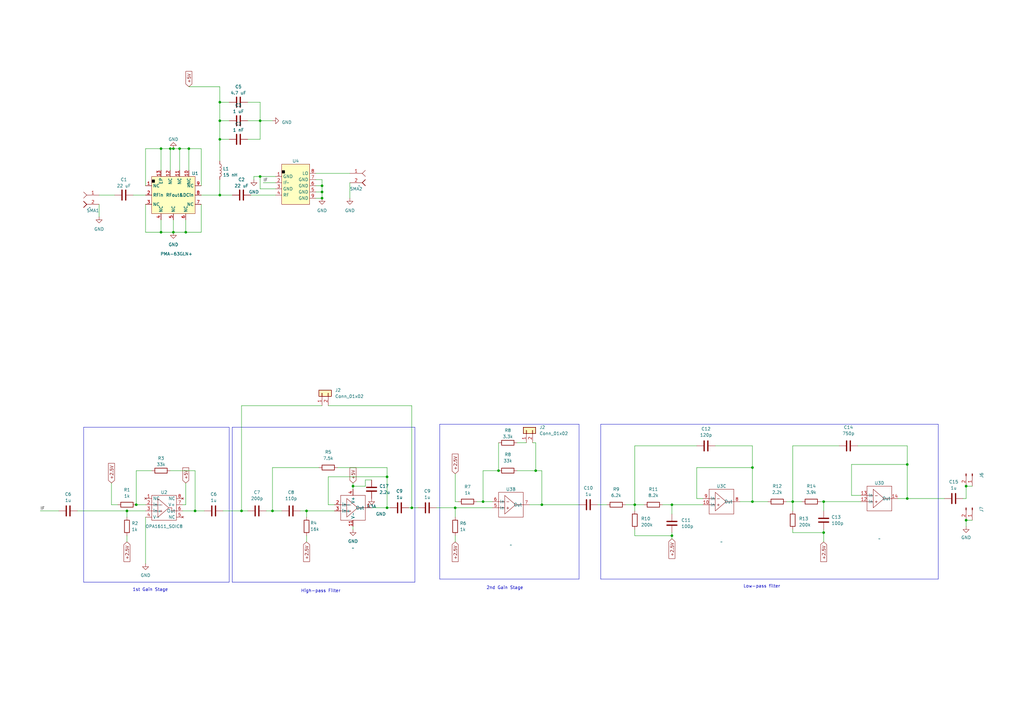
<source format=kicad_sch>
(kicad_sch (version 20230121) (generator eeschema)
  (paper "A3")
  (lib_symbols
    (symbol "Connector:Conn_01x02_Pin" (pin_names (offset 1.016) hide)
      (property "Reference" "J" (at 0 2.54 0))
      (property "Value" "Conn_01x02_Pin" (at 0 -5.08 0))
      (symbol "Conn_01x02_Pin_1_1"
        (polyline (pts (xy 1.27 -2.54) (xy 0.8636 -2.54)) (stroke (width 0.1524)))
        (polyline (pts (xy 1.27 0) (xy 0.8636 0)) (stroke (width 0.1524)))
        (rectangle (start 0.8636 -2.413) (end 0 -2.667) (stroke (width 0.1524)) (fill (type outline)))
        (rectangle (start 0.8636 0.127) (end 0 -0.127) (stroke (width 0.1524)) (fill (type outline)))
        (pin passive line (at 5.08 0 180) (length 3.81) (name "Pin_1") (number "1"))
        (pin passive line (at 5.08 -2.54 180) (length 3.81) (name "Pin_2") (number "2"))
      )
    )
    (symbol "Connector_Generic:Conn_01x02" (pin_names (offset 1.016) hide)
      (property "Reference" "J" (at 0 2.54 0))
      (property "Value" "Conn_01x02" (at 0 -5.08 0))
      (symbol "Conn_01x02_1_1"
        (rectangle (start -1.27 -2.413) (end 0 -2.667) (stroke (width 0.1524)))
        (rectangle (start -1.27 0.127) (end 0 -0.127) (stroke (width 0.1524)))
        (rectangle (start -1.27 1.27) (end 1.27 -3.81) (stroke (width 0.254)) (fill (type background)))
        (pin passive line (at -5.08 0 0) (length 3.81) (name "Pin_1") (number "1"))
        (pin passive line (at -5.08 -2.54 0) (length 3.81) (name "Pin_2") (number "2"))
      )
    )
    (symbol "Device:C" (pin_numbers hide) (pin_names (offset 0.254))
      (property "Reference" "C" (at 0.635 2.54 0))
      (property "Value" "C" (at 0.635 -2.54 0))
      (symbol "C_0_1"
        (polyline (pts (xy -2.032 -0.762) (xy 2.032 -0.762)) (stroke (width 0.508)))
        (polyline (pts (xy -2.032 0.762) (xy 2.032 0.762)) (stroke (width 0.508)))
      )
      (symbol "C_1_1"
        (pin passive line (at 0 3.81 270) (length 2.794) (name "~") (number "1"))
        (pin passive line (at 0 -3.81 90) (length 2.794) (name "~") (number "2"))
      )
    )
    (symbol "Device:L" (pin_numbers hide) (pin_names (offset 1.016) hide)
      (property "Reference" "L" (at -1.27 0 90))
      (property "Value" "L" (at 1.905 0 90))
      (symbol "L_0_1"
        (arc (start 0 -2.54) (mid 0.6323 -1.905) (end 0 -1.27))
        (arc (start 0 -1.27) (mid 0.6323 -0.635) (end 0 0))
        (arc (start 0 0) (mid 0.6323 0.635) (end 0 1.27))
        (arc (start 0 1.27) (mid 0.6323 1.905) (end 0 2.54))
      )
      (symbol "L_1_1"
        (pin passive line (at 0 3.81 270) (length 1.27) (name "1") (number "1"))
        (pin passive line (at 0 -3.81 90) (length 1.27) (name "2") (number "2"))
      )
    )
    (symbol "Device:R" (pin_numbers hide) (pin_names (offset 0))
      (property "Reference" "R" (at 2.032 0 90))
      (property "Value" "R" (at 0 0 90))
      (symbol "R_0_1"
        (rectangle (start -1.016 -2.54) (end 1.016 2.54) (stroke (width 0.254)))
      )
      (symbol "R_1_1"
        (pin passive line (at 0 3.81 270) (length 1.27) (name "~") (number "1"))
        (pin passive line (at 0 -3.81 90) (length 1.27) (name "~") (number "2"))
      )
    )
    (symbol "Radar:LNA-PMA3-63GLN+"
      (property "Reference" "U" (at 10.16 8.89 0))
      (symbol "LNA-PMA3-63GLN+_1_1"
        (rectangle (start -8.89 6.35) (end -7.62 5.08) (stroke (width -0.0001)) (fill (type color) (color 0 0 0 1)))
        (rectangle (start -8.89 7.62) (end 8.89 -7.62) (fill (type background)))
        (pin free line (at -11.43 3.81 0) (length 2.54) (name "NC") (number "1"))
        (pin free line (at 6.35 10.16 270) (length 2.54) (name "NC") (number "10"))
        (pin free line (at 2.54 10.16 270) (length 2.54) (name "NC") (number "11"))
        (pin free line (at -1.27 10.16 270) (length 2.54) (name "NC") (number "12"))
        (pin free line (at -5.08 10.16 270) (length 2.54) (name "EP") (number "13"))
        (pin input line (at -11.43 0 0) (length 2.54) (name "RFin") (number "2"))
        (pin free line (at -11.43 -3.81 0) (length 2.54) (name "NC") (number "3"))
        (pin free line (at -5.08 -10.16 90) (length 2.54) (name "NC") (number "4"))
        (pin free line (at 0 -10.16 90) (length 2.54) (name "NC") (number "5"))
        (pin free line (at 5.08 -10.16 90) (length 2.54) (name "NC") (number "6"))
        (pin free line (at 11.43 -3.81 180) (length 2.54) (name "NC") (number "7"))
        (pin free line (at 11.43 0 180) (length 2.54) (name "RFout&DCin") (number "8"))
        (pin free line (at 11.43 3.81 180) (length 2.54) (name "NC") (number "9"))
      )
    )
    (symbol "Radar:Mixer-SIM-73L+"
      (property "Reference" "U" (at 0 6.35 0))
      (symbol "Mixer-SIM-73L+_1_1"
        (rectangle (start -3.81 6.35) (end -2.54 5.08) (stroke (width -0.0001)) (fill (type color) (color 0 0 0 1)))
        (rectangle (start -3.81 8.89) (end 7.62 -7.62) (fill (type background)))
        (pin free line (at -6.35 3.81 0) (length 2.54) (name "GND") (number "1"))
        (pin free line (at -6.35 1.27 0) (length 2.54) (name "IF") (number "2"))
        (pin free line (at -6.35 -1.27 0) (length 2.54) (name "GND") (number "3"))
        (pin free line (at -6.35 -3.81 0) (length 2.54) (name "RF") (number "4"))
        (pin free line (at 10.16 -2.54 180) (length 2.54) (name "GND") (number "5"))
        (pin free line (at 10.16 0 180) (length 2.54) (name "GND") (number "6"))
        (pin free line (at 10.16 2.54 180) (length 2.54) (name "GND") (number "7"))
        (pin free line (at 10.16 5.08 180) (length 2.54) (name "LO") (number "8"))
        (pin free line (at 10.16 -5.08 180) (length 2.54) (name "GND") (number "9"))
      )
    )
    (symbol "Radar:OPA1611_SOIC8"
      (property "Reference" "U" (at 0 13.97 0))
      (symbol "OPA1611_SOIC8_0_0"
        (text "+" (at -1.27 6.35 0) (effects (font (size 1.27 1.27))))
        (text "-" (at -1.27 8.89 0) (effects (font (size 1.27 1.27))))
      )
      (symbol "OPA1611_SOIC8_0_1"
        (rectangle (start -5.08 12.7) (end 5.08 2.54))
        (polyline (pts (xy -5.08 6.35) (xy -2.54 6.35)))
        (polyline (pts (xy -5.08 8.89) (xy -2.54 8.89)))
        (polyline (pts (xy -2.54 11.43) (xy -2.54 3.81) (xy 1.905 7.62) (xy -2.54 11.43)))
        (polyline (pts (xy 1.905 7.62) (xy 3.175 7.62) (xy 3.175 6.35) (xy 5.08 6.35)))
      )
      (symbol "OPA1611_SOIC8_1_1"
        (pin no_connect line (at -7.62 11.43 0) (length 2.54) (name "NC") (number "1"))
        (pin input line (at -7.62 8.89 0) (length 2.54) (name "in-") (number "2"))
        (pin input line (at -7.62 6.35 0) (length 2.54) (name "in+") (number "3"))
        (pin power_in line (at -7.62 3.81 0) (length 2.54) (name "V-") (number "4"))
        (pin no_connect line (at 7.62 3.81 180) (length 2.54) (name "NC") (number "5"))
        (pin output line (at 7.62 6.35 180) (length 2.54) (name "Out") (number "6"))
        (pin power_in line (at 7.62 8.89 180) (length 2.54) (name "V+") (number "7"))
        (pin no_connect line (at 7.62 11.43 180) (length 2.54) (name "NC") (number "8"))
      )
    )
    (symbol "Radar:SMA"
      (property "Reference" "SMA" (at 1.27 -1.27 0))
      (symbol "SMA_0_1"
        (polyline (pts (xy -1.27 1.27) (xy -2.54 0)))
        (polyline (pts (xy -1.27 1.27) (xy -2.54 0)))
        (polyline (pts (xy -1.27 1.27) (xy -2.54 0)))
        (polyline (pts (xy -1.27 1.27) (xy -2.54 0)))
        (polyline (pts (xy -1.27 1.27) (xy -2.54 2.54)))
        (polyline (pts (xy -1.27 1.27) (xy -2.54 2.54)))
        (polyline (pts (xy -1.27 1.27) (xy -2.54 2.54)))
        (polyline (pts (xy -1.27 1.27) (xy -2.54 2.54)))
        (polyline (pts (xy -1.27 5.08) (xy -2.54 3.81)))
        (polyline (pts (xy -1.27 5.08) (xy -2.54 6.35)))
      )
      (symbol "SMA_1_1"
        (pin passive line (at 3.81 5.08 180) (length 5.08) (name "") (number "1"))
        (pin passive line (at 3.81 1.27 180) (length 5.08) (name "") (number "2"))
      )
    )
    (symbol "Radar:TL974"
      (property "Reference" "U" (at 0 0 0))
      (symbol "TL974_0_0"
        (text "+" (at -1.27 15.24 0) (effects (font (size 1.27 1.27))))
        (text "-" (at -1.27 17.78 0) (effects (font (size 1.27 1.27))))
      )
      (symbol "TL974_0_1"
        (rectangle (start -5.08 21.59) (end 5.08 11.43))
        (polyline (pts (xy -5.08 15.24) (xy -2.54 15.24)))
        (polyline (pts (xy -5.08 17.78) (xy -2.54 17.78)))
        (polyline (pts (xy -2.54 20.32) (xy -2.54 12.7) (xy 1.905 16.51) (xy -2.54 20.32)))
        (polyline (pts (xy 2.032 16.51) (xy 3.048 16.51) (xy 3.048 16.51) (xy 4.953 16.51)))
      )
      (symbol "TL974_1_1"
        (pin output line (at 7.62 16.51 180) (length 2.54) (name "Out") (number "1"))
        (pin power_in line (at 0 8.89 90) (length 2.54) (name "V-") (number "11"))
        (pin input line (at -7.62 17.78 0) (length 2.54) (name "in-") (number "2"))
        (pin input line (at -7.62 15.24 0) (length 2.54) (name "in+") (number "3"))
        (pin power_in line (at 0 24.13 270) (length 2.54) (name "V+") (number "4"))
      )
      (symbol "TL974_2_1"
        (pin input line (at -7.62 15.24 0) (length 2.54) (name "In") (number "5"))
        (pin input line (at -7.62 17.78 0) (length 2.54) (name "In") (number "6"))
        (pin output line (at 7.62 16.51 180) (length 2.54) (name "Out") (number "7"))
      )
      (symbol "TL974_3_1"
        (pin input line (at -7.62 15.24 0) (length 2.54) (name "In") (number "10"))
        (pin output line (at 7.62 16.51 180) (length 2.54) (name "Out") (number "8"))
        (pin input line (at -7.62 17.78 0) (length 2.54) (name "In") (number "9"))
      )
      (symbol "TL974_4_1"
        (pin input line (at -7.62 15.24 0) (length 2.54) (name "In") (number "12"))
        (pin input line (at -7.62 17.78 0) (length 2.54) (name "In") (number "13"))
        (pin output line (at 7.62 16.51 180) (length 2.54) (name "Out") (number "14"))
      )
    )
    (symbol "power:GND" (power) (pin_names (offset 0))
      (property "Value" "GND" (at 0 -3.81 0))
      (symbol "GND_0_1"
        (polyline (pts (xy 0 0) (xy 0 -1.27) (xy 1.27 -1.27) (xy 0 -2.54) (xy -1.27 -1.27) (xy 0 -1.27)))
      )
      (symbol "GND_1_1"
        (pin power_in line (at 0 0 270) (length 0) hide (name "GND") (number "1"))
      )
    )
  )
  (junction (at 198.12 205.74))
  (junction (at 55.88 207.01))
  (junction (at 99.06 209.55))
  (junction (at 144.78 199.39))
  (junction (at 77.47 60.96))
  (junction (at 158.75 208.28))
  (junction (at 396.24 199.39))
  (junction (at 325.12 205.74))
  (junction (at 132.08 81.28))
  (junction (at 106.68 72.39))
  (junction (at 90.17 49.53))
  (junction (at 71.12 95.25))
  (junction (at 73.66 60.96))
  (junction (at 106.68 49.53))
  (junction (at 125.73 209.55))
  (junction (at 111.76 209.55))
  (junction (at 337.82 218.44))
  (junction (at 186.69 208.28))
  (junction (at 132.08 78.74))
  (junction (at 308.61 205.74))
  (junction (at 260.35 207.01))
  (junction (at 158.75 195.58))
  (junction (at 337.82 205.74))
  (junction (at 90.17 80.01))
  (junction (at 308.61 191.77))
  (junction (at 66.04 95.25))
  (junction (at 372.11 190.5))
  (junction (at 80.01 209.55))
  (junction (at 168.91 208.28))
  (junction (at 69.85 60.96))
  (junction (at 396.24 213.36))
  (junction (at 76.2 95.25))
  (junction (at 90.17 41.91))
  (junction (at 132.08 76.2))
  (junction (at 219.71 193.04))
  (junction (at 71.12 60.96))
  (junction (at 275.59 207.01))
  (junction (at 66.04 60.96))
  (junction (at 275.59 219.71))
  (junction (at 222.25 207.01))
  (junction (at 90.17 57.15))
  (junction (at 204.47 193.04))
  (junction (at 372.11 204.47))
  (junction (at 52.07 209.55))
  (wire (pts (xy 195.58 205.74) (xy 198.12 205.74)))
  (wire (pts (xy 76.2 198.12) (xy 76.2 207.01)))
  (wire (pts (xy 351.79 182.88) (xy 372.11 182.88)))
  (wire (pts (xy 82.55 76.2) (xy 82.55 60.96)))
  (wire (pts (xy 31.75 209.55) (xy 52.07 209.55)))
  (wire (pts (xy 111.76 191.77) (xy 111.76 209.55)))
  (wire (pts (xy 222.25 207.01) (xy 222.25 193.04)))
  (wire (pts (xy 101.6 41.91) (xy 106.68 41.91)))
  (wire (pts (xy 167.64 208.28) (xy 168.91 208.28)))
  (wire (pts (xy 275.59 207.01) (xy 275.59 210.82)))
  (wire (pts (xy 134.62 195.58) (xy 158.75 195.58)))
  (wire (pts (xy 198.12 193.04) (xy 198.12 205.74)))
  (wire (pts (xy 52.07 209.55) (xy 59.69 209.55)))
  (wire (pts (xy 90.17 49.53) (xy 90.17 57.15)))
  (wire (pts (xy 66.04 69.85) (xy 66.04 60.96)))
  (wire (pts (xy 149.86 196.85) (xy 149.86 199.39)))
  (wire (pts (xy 308.61 191.77) (xy 285.75 191.77)))
  (wire (pts (xy 129.54 78.74) (xy 132.08 78.74)))
  (wire (pts (xy 123.19 209.55) (xy 125.73 209.55)))
  (wire (pts (xy 260.35 207.01) (xy 260.35 209.55)))
  (wire (pts (xy 129.54 76.2) (xy 132.08 76.2)))
  (wire (pts (xy 66.04 60.96) (xy 69.85 60.96)))
  (wire (pts (xy 125.73 219.71) (xy 125.73 222.25)))
  (wire (pts (xy 91.44 209.55) (xy 99.06 209.55)))
  (wire (pts (xy 219.71 193.04) (xy 212.09 193.04)))
  (wire (pts (xy 90.17 80.01) (xy 95.25 80.01)))
  (wire (pts (xy 73.66 60.96) (xy 77.47 60.96)))
  (wire (pts (xy 158.75 195.58) (xy 158.75 208.28)))
  (wire (pts (xy 52.07 219.71) (xy 52.07 222.25)))
  (polyline (pts (xy 246.38 173.99) (xy 246.38 237.49)))
  (wire (pts (xy 144.78 215.9) (xy 144.78 217.17)))
  (wire (pts (xy 80.01 209.55) (xy 83.82 209.55)))
  (polyline (pts (xy 95.25 175.26) (xy 95.25 238.76)))
  (wire (pts (xy 125.73 209.55) (xy 125.73 212.09)))
  (wire (pts (xy 349.25 190.5) (xy 349.25 203.2)))
  (wire (pts (xy 59.69 95.25) (xy 66.04 95.25)))
  (wire (pts (xy 144.78 198.12) (xy 144.78 199.39)))
  (wire (pts (xy 325.12 218.44) (xy 337.82 218.44)))
  (wire (pts (xy 45.72 198.12) (xy 45.72 207.01)))
  (polyline (pts (xy 237.49 237.49) (xy 237.49 173.99)))
  (wire (pts (xy 219.71 181.61) (xy 219.71 193.04)))
  (wire (pts (xy 54.61 80.01) (xy 59.69 80.01)))
  (polyline (pts (xy 95.25 175.26) (xy 170.18 175.26)))
  (wire (pts (xy 59.69 212.09) (xy 59.69 231.14)))
  (wire (pts (xy 138.43 191.77) (xy 158.75 191.77)))
  (wire (pts (xy 73.66 60.96) (xy 73.66 69.85)))
  (wire (pts (xy 59.69 60.96) (xy 66.04 60.96)))
  (wire (pts (xy 337.82 217.17) (xy 337.82 218.44)))
  (polyline (pts (xy 34.29 238.76) (xy 93.98 238.76)))
  (polyline (pts (xy 246.38 173.99) (xy 384.81 173.99)))
  (wire (pts (xy 245.11 207.01) (xy 248.92 207.01)))
  (polyline (pts (xy 180.34 173.99) (xy 180.34 237.49)))
  (wire (pts (xy 372.11 190.5) (xy 372.11 204.47)))
  (wire (pts (xy 90.17 73.66) (xy 90.17 80.01)))
  (wire (pts (xy 152.4 196.85) (xy 149.86 196.85)))
  (wire (pts (xy 215.9 181.61) (xy 212.09 181.61)))
  (wire (pts (xy 59.69 76.2) (xy 59.69 60.96)))
  (polyline (pts (xy 180.34 173.99) (xy 237.49 173.99)))
  (wire (pts (xy 76.2 95.25) (xy 71.12 95.25)))
  (wire (pts (xy 90.17 41.91) (xy 93.98 41.91)))
  (wire (pts (xy 132.08 73.66) (xy 132.08 76.2)))
  (wire (pts (xy 256.54 207.01) (xy 260.35 207.01)))
  (wire (pts (xy 82.55 95.25) (xy 76.2 95.25)))
  (wire (pts (xy 285.75 204.47) (xy 288.29 204.47)))
  (wire (pts (xy 179.07 208.28) (xy 186.69 208.28)))
  (wire (pts (xy 69.85 60.96) (xy 71.12 60.96)))
  (polyline (pts (xy 180.34 237.49) (xy 237.49 237.49)))
  (wire (pts (xy 349.25 203.2) (xy 353.06 203.2)))
  (polyline (pts (xy 93.98 238.76) (xy 93.98 175.26)))
  (wire (pts (xy 77.47 60.96) (xy 82.55 60.96)))
  (wire (pts (xy 186.69 208.28) (xy 186.69 212.09)))
  (wire (pts (xy 308.61 182.88) (xy 293.37 182.88)))
  (wire (pts (xy 59.69 83.82) (xy 59.69 95.25)))
  (wire (pts (xy 368.3 204.47) (xy 372.11 204.47)))
  (wire (pts (xy 336.55 205.74) (xy 337.82 205.74)))
  (wire (pts (xy 99.06 166.37) (xy 132.08 166.37)))
  (wire (pts (xy 113.03 80.01) (xy 102.87 80.01)))
  (wire (pts (xy 106.68 77.47) (xy 106.68 72.39)))
  (wire (pts (xy 80.01 193.04) (xy 80.01 209.55)))
  (wire (pts (xy 74.93 209.55) (xy 80.01 209.55)))
  (wire (pts (xy 260.35 207.01) (xy 264.16 207.01)))
  (wire (pts (xy 134.62 207.01) (xy 137.16 207.01)))
  (wire (pts (xy 129.54 73.66) (xy 132.08 73.66)))
  (wire (pts (xy 325.12 217.17) (xy 325.12 218.44)))
  (wire (pts (xy 82.55 83.82) (xy 82.55 95.25)))
  (wire (pts (xy 372.11 182.88) (xy 372.11 190.5)))
  (wire (pts (xy 111.76 191.77) (xy 130.81 191.77)))
  (wire (pts (xy 275.59 207.01) (xy 288.29 207.01)))
  (wire (pts (xy 40.64 80.01) (xy 46.99 80.01)))
  (wire (pts (xy 77.47 35.56) (xy 90.17 35.56)))
  (wire (pts (xy 16.51 209.55) (xy 24.13 209.55)))
  (wire (pts (xy 158.75 208.28) (xy 160.02 208.28)))
  (wire (pts (xy 349.25 190.5) (xy 372.11 190.5)))
  (polyline (pts (xy 384.81 237.49) (xy 384.81 173.99)))
  (wire (pts (xy 198.12 205.74) (xy 201.93 205.74)))
  (wire (pts (xy 76.2 90.17) (xy 76.2 95.25)))
  (wire (pts (xy 149.86 199.39) (xy 144.78 199.39)))
  (wire (pts (xy 66.04 90.17) (xy 66.04 95.25)))
  (wire (pts (xy 186.69 208.28) (xy 201.93 208.28)))
  (wire (pts (xy 322.58 205.74) (xy 325.12 205.74)))
  (wire (pts (xy 186.69 219.71) (xy 186.69 222.25)))
  (wire (pts (xy 372.11 204.47) (xy 387.35 204.47)))
  (wire (pts (xy 303.53 205.74) (xy 308.61 205.74)))
  (wire (pts (xy 219.71 181.61) (xy 218.44 181.61)))
  (wire (pts (xy 106.68 41.91) (xy 106.68 49.53)))
  (wire (pts (xy 132.08 76.2) (xy 132.08 78.74)))
  (wire (pts (xy 66.04 95.25) (xy 71.12 95.25)))
  (wire (pts (xy 76.2 207.01) (xy 74.93 207.01)))
  (wire (pts (xy 104.14 72.39) (xy 104.14 73.66)))
  (wire (pts (xy 198.12 193.04) (xy 204.47 193.04)))
  (wire (pts (xy 394.97 204.47) (xy 396.24 204.47)))
  (wire (pts (xy 90.17 57.15) (xy 90.17 66.04)))
  (wire (pts (xy 129.54 71.12) (xy 143.51 71.12)))
  (wire (pts (xy 125.73 209.55) (xy 137.16 209.55)))
  (wire (pts (xy 275.59 219.71) (xy 275.59 220.98)))
  (wire (pts (xy 129.54 81.28) (xy 132.08 81.28)))
  (wire (pts (xy 55.88 207.01) (xy 59.69 207.01)))
  (wire (pts (xy 308.61 191.77) (xy 308.61 205.74)))
  (wire (pts (xy 69.85 69.85) (xy 69.85 60.96)))
  (wire (pts (xy 132.08 78.74) (xy 132.08 81.28)))
  (wire (pts (xy 158.75 191.77) (xy 158.75 195.58)))
  (polyline (pts (xy 95.25 238.76) (xy 170.18 238.76)))
  (wire (pts (xy 337.82 218.44) (xy 337.82 222.25)))
  (wire (pts (xy 107.95 74.93) (xy 113.03 74.93)))
  (wire (pts (xy 90.17 35.56) (xy 90.17 41.91)))
  (wire (pts (xy 152.4 208.28) (xy 158.75 208.28)))
  (wire (pts (xy 99.06 209.55) (xy 99.06 166.37)))
  (wire (pts (xy 308.61 205.74) (xy 314.96 205.74)))
  (wire (pts (xy 90.17 41.91) (xy 90.17 49.53)))
  (wire (pts (xy 40.64 83.82) (xy 40.64 88.9)))
  (polyline (pts (xy 246.38 237.49) (xy 384.81 237.49)))
  (polyline (pts (xy 34.29 175.26) (xy 93.98 175.26)))
  (wire (pts (xy 99.06 209.55) (xy 101.6 209.55)))
  (wire (pts (xy 204.47 181.61) (xy 204.47 193.04)))
  (wire (pts (xy 48.26 207.01) (xy 45.72 207.01)))
  (wire (pts (xy 308.61 191.77) (xy 308.61 182.88)))
  (wire (pts (xy 168.91 166.37) (xy 168.91 208.28)))
  (wire (pts (xy 260.35 182.88) (xy 260.35 207.01)))
  (wire (pts (xy 325.12 182.88) (xy 325.12 205.74)))
  (wire (pts (xy 396.24 213.36) (xy 396.24 215.9)))
  (wire (pts (xy 144.78 199.39) (xy 144.78 200.66)))
  (wire (pts (xy 55.88 193.04) (xy 55.88 207.01)))
  (wire (pts (xy 337.82 205.74) (xy 337.82 209.55)))
  (wire (pts (xy 82.55 80.01) (xy 90.17 80.01)))
  (wire (pts (xy 90.17 57.15) (xy 93.98 57.15)))
  (wire (pts (xy 187.96 205.74) (xy 186.69 205.74)))
  (wire (pts (xy 101.6 49.53) (xy 106.68 49.53)))
  (wire (pts (xy 325.12 205.74) (xy 328.93 205.74)))
  (wire (pts (xy 52.07 209.55) (xy 52.07 212.09)))
  (wire (pts (xy 71.12 60.96) (xy 73.66 60.96)))
  (wire (pts (xy 113.03 72.39) (xy 106.68 72.39)))
  (wire (pts (xy 222.25 207.01) (xy 237.49 207.01)))
  (wire (pts (xy 217.17 207.01) (xy 222.25 207.01)))
  (wire (pts (xy 71.12 90.17) (xy 71.12 95.25)))
  (wire (pts (xy 134.62 166.37) (xy 168.91 166.37)))
  (wire (pts (xy 101.6 57.15) (xy 106.68 57.15)))
  (wire (pts (xy 134.62 207.01) (xy 134.62 195.58)))
  (wire (pts (xy 77.47 69.85) (xy 77.47 60.96)))
  (wire (pts (xy 106.68 57.15) (xy 106.68 49.53)))
  (wire (pts (xy 260.35 217.17) (xy 260.35 219.71)))
  (wire (pts (xy 168.91 208.28) (xy 171.45 208.28)))
  (wire (pts (xy 113.03 77.47) (xy 106.68 77.47)))
  (wire (pts (xy 325.12 182.88) (xy 344.17 182.88)))
  (polyline (pts (xy 170.18 238.76) (xy 170.18 175.26)))
  (wire (pts (xy 285.75 191.77) (xy 285.75 204.47)))
  (wire (pts (xy 186.69 194.31) (xy 186.69 205.74)))
  (wire (pts (xy 396.24 213.36) (xy 398.78 213.36)))
  (wire (pts (xy 325.12 205.74) (xy 325.12 209.55)))
  (wire (pts (xy 109.22 209.55) (xy 111.76 209.55)))
  (wire (pts (xy 111.76 209.55) (xy 115.57 209.55)))
  (wire (pts (xy 219.71 193.04) (xy 222.25 193.04)))
  (wire (pts (xy 106.68 49.53) (xy 111.76 49.53)))
  (wire (pts (xy 260.35 219.71) (xy 275.59 219.71)))
  (wire (pts (xy 337.82 205.74) (xy 353.06 205.74)))
  (wire (pts (xy 260.35 182.88) (xy 285.75 182.88)))
  (wire (pts (xy 143.51 74.93) (xy 143.51 81.28)))
  (wire (pts (xy 90.17 49.53) (xy 93.98 49.53)))
  (wire (pts (xy 271.78 207.01) (xy 275.59 207.01)))
  (polyline (pts (xy 34.29 175.26) (xy 34.29 238.76)))
  (wire (pts (xy 275.59 218.44) (xy 275.59 219.71)))
  (wire (pts (xy 62.23 193.04) (xy 55.88 193.04)))
  (wire (pts (xy 396.24 199.39) (xy 396.24 204.47)))
  (wire (pts (xy 69.85 193.04) (xy 80.01 193.04)))
  (wire (pts (xy 396.24 199.39) (xy 398.78 199.39)))
  (wire (pts (xy 106.68 72.39) (xy 104.14 72.39)))
  (text "High-pass Filter" (at 139.7 243.205 0) (effects (font (size 1.27 1.27)) (justify right bottom)))
  (text "Low-pass filter" (at 320.04 241.3 0) (effects (font (size 1.27 1.27)) (justify right bottom)))
  (text "1st Gain Stage" (at 68.961 242.697 0) (effects (font (size 1.27 1.27)) (justify right bottom)))
  (text "2nd Gain Stage" (at 214.63 241.935 0) (effects (font (size 1.27 1.27)) (justify right bottom)))
  (label "IF" (at 107.95 74.93 0))
  (label "IF" (at 16.51 209.55 0))
  (global_label "+5V" (shape input) (at 76.2 198.12 90) (property "Intersheetrefs" "${INTERSHEET_REFS}" (effects hide)))
  (global_label "+2.5V" (shape input) (at 275.59 220.98 270) (property "Intersheetrefs" "${INTERSHEET_REFS}" (effects hide)))
  (global_label "+5V" (shape input) (at 77.47 35.56 90) (property "Intersheetrefs" "${INTERSHEET_REFS}" (effects hide)))
  (global_label "+2.5V" (shape input) (at 186.69 222.25 270) (property "Intersheetrefs" "${INTERSHEET_REFS}" (effects hide)))
  (global_label "+2.5V" (shape input) (at 125.73 222.25 270) (property "Intersheetrefs" "${INTERSHEET_REFS}" (effects hide)))
  (global_label "+2.5V" (shape input) (at 45.72 198.12 90) (property "Intersheetrefs" "${INTERSHEET_REFS}" (effects hide)))
  (global_label "+2.5V" (shape input) (at 186.69 194.31 90) (property "Intersheetrefs" "${INTERSHEET_REFS}" (effects hide)))
  (global_label "+5V" (shape input) (at 144.78 198.12 90) (property "Intersheetrefs" "${INTERSHEET_REFS}" (effects hide)))
  (global_label "+2.5V" (shape input) (at 337.82 222.25 270) (property "Intersheetrefs" "${INTERSHEET_REFS}" (effects hide)))
  (global_label "+2.5V" (shape input) (at 52.07 222.25 270) (property "Intersheetrefs" "${INTERSHEET_REFS}" (effects hide)))
  (symbol (lib_id "Device:C") (at 97.79 49.53 90) (unit 1)
    (property "Reference" "C3" (at 97.79 43.18 90))
    (property "Value" "1 uF" (at 97.79 45.72 90))
    (property "Footprint" "Capacitor_SMD:C_0603_1608Metric_revised" (effects hide))
    (instances (project "RX1x4_wuxh_cavity" (path "" (reference "C3") (unit 1)) (path "" (reference "C74") (unit 1)) (path "" (reference "C75") (unit 1)) (path "" (reference "C76") (unit 1)) (path "" (reference "C77") (unit 1))) (project "LNA_wuxh_back" (path "" (reference "C1") (unit 1))))
  )
  (symbol (lib_id "Device:R") (at 332.74 205.74 90) (unit 1)
    (property "Reference" "R14" (at 332.74 199.39 90))
    (property "Value" "3.9k" (at 332.74 201.93 90))
    (property "Footprint" "Resistor_SMD:R_0603_1608Metric_revised" (effects hide))
    (instances (project "RX1x4_wuxh_cavity" (path "" (reference "R14") (unit 1)) (path "" (reference "R16") (unit 1)) (path "" (reference "R28") (unit 1)) (path "" (reference "R42") (unit 1)) (path "" (reference "R56") (unit 1))) (project "R58S1V1_BB_V2" (path "" (reference "R30") (unit 1))))
  )
  (symbol (lib_id "Device:C") (at 50.8 80.01 90) (unit 1)
    (property "Reference" "C1" (at 50.8 73.66 90))
    (property "Value" "22 uF" (at 50.8 76.2 90))
    (property "Footprint" "Capacitor_SMD:C_0603_1608Metric_revised" (effects hide))
    (instances (project "RX1x4_wuxh_cavity" (path "" (reference "C1") (unit 1)) (path "" (reference "C2") (unit 1)) (path "" (reference "C14") (unit 1)) (path "" (reference "C37") (unit 1)) (path "" (reference "C52") (unit 1))) (project "LNA_wuxh_back" (path "" (reference "C1") (unit 1))))
  )
  (symbol (lib_id "Device:C") (at 275.59 214.63 0) (unit 1)
    (property "Reference" "C11" (at 279.4 213.3599 0) (effects (justify left)))
    (property "Value" "100p" (at 279.4 215.8999 0) (effects (justify left)))
    (property "Footprint" "Capacitor_SMD:C_0603_1608Metric_revised" (effects hide))
    (instances (project "RX1x4_wuxh_cavity" (path "" (reference "C11") (unit 1)) (path "" (reference "C12") (unit 1)) (path "" (reference "C31") (unit 1)) (path "" (reference "C46") (unit 1)) (path "" (reference "C61") (unit 1))) (project "R58S1V1_BB_V2" (path "" (reference "C19") (unit 1))))
  )
  (symbol (lib_id "power:GND") (at 152.4 204.47 0) (unit 1)
    (property "Reference" "#PWR018" (effects hide))
    (property "Value" "GND" (at 156.21 210.82 0))
    (instances (project "RX1x4_wuxh_cavity" (path "" (reference "#PWR018") (unit 1)) (path "" (reference "#PWR010") (unit 1)) (path "" (reference "#PWR029") (unit 1)) (path "" (reference "#PWR040") (unit 1)) (path "" (reference "#PWR051") (unit 1))) (project "R58S1V1_BB_V2" (path "" (reference "#PWR019") (unit 1))))
  )
  (symbol (lib_id "power:GND") (at 111.76 49.53 90) (unit 1)
    (property "Reference" "#PWR07" (effects hide))
    (property "Value" "GND" (at 115.57 50.165 90) (effects (justify right)))
    (instances (project "RX1x4_wuxh_cavity" (path "" (reference "#PWR07") (unit 1)) (path "" (reference "#PWR06") (unit 1)) (path "" (reference "#PWR025") (unit 1)) (path "" (reference "#PWR036") (unit 1)) (path "" (reference "#PWR047") (unit 1))) (project "LNA_wuxh_back" (path "" (reference "#PWR0102") (unit 1))))
  )
  (symbol (lib_id "Radar:OPA1611_SOIC8") (at 67.31 215.9 0) (unit 1)
    (property "Reference" "U2" (at 67.31 201.93 0))
    (property "Value" "OPA1611_SOIC8" (at 67.31 215.9 0))
    (property "Footprint" "Music_Lab:OPA1611-SOIC8" (effects hide))
    (instances (project "RX1x4_wuxh_cavity" (path "" (reference "U2") (unit 1)) (path "" (reference "U1") (unit 1)) (path "" (reference "U5") (unit 1)) (path "" (reference "U9") (unit 1)) (path "" (reference "U13") (unit 1))))
  )
  (symbol (lib_id "Device:C") (at 337.82 213.36 0) (unit 1)
    (property "Reference" "C13" (at 340.995 212.0899 0) (effects (justify left)))
    (property "Value" "100p" (at 340.995 214.6299 0) (effects (justify left)))
    (property "Footprint" "Capacitor_SMD:C_0603_1608Metric_revised" (effects hide))
    (instances (project "RX1x4_wuxh_cavity" (path "" (reference "C13") (unit 1)) (path "" (reference "C15") (unit 1)) (path "" (reference "C33") (unit 1)) (path "" (reference "C48") (unit 1)) (path "" (reference "C63") (unit 1))) (project "R58S1V1_BB_V2" (path "" (reference "C21") (unit 1))))
  )
  (symbol (lib_id "Device:R") (at 66.04 193.04 90) (unit 1)
    (property "Reference" "R3" (at 66.04 187.96 90))
    (property "Value" "33k" (at 66.04 190.5 90))
    (property "Footprint" "Resistor_SMD:R_0603_1608Metric_revised" (effects hide))
    (instances (project "RX1x4_wuxh_cavity" (path "" (reference "R3") (unit 1)) (path "" (reference "R3") (unit 1)) (path "" (reference "R17") (unit 1)) (path "" (reference "R31") (unit 1)) (path "" (reference "R45") (unit 1))) (project "R58S1V1_BB_V2" (path "" (reference "R19") (unit 1))))
  )
  (symbol (lib_id "power:GND") (at 71.12 95.25 0) (unit 1)
    (property "Reference" "#PWR05" (effects hide))
    (property "Value" "GND" (at 71.12 100.33 0))
    (instances (project "RX1x4_wuxh_cavity" (path "" (reference "#PWR05") (unit 1)) (path "" (reference "#PWR04") (unit 1)) (path "" (reference "#PWR023") (unit 1)) (path "" (reference "#PWR034") (unit 1)) (path "" (reference "#PWR045") (unit 1))) (project "LNA_wuxh_back" (path "" (reference "#PWR0104") (unit 1))))
  )
  (symbol (lib_id "Device:C") (at 175.26 208.28 90) (unit 1)
    (property "Reference" "C9" (at 175.26 201.422 90))
    (property "Value" "1u" (at 175.26 203.962 90))
    (property "Footprint" "Capacitor_SMD:C_0603_1608Metric_revised" (effects hide))
    (instances (project "RX1x4_wuxh_cavity" (path "" (reference "C9") (unit 1)) (path "" (reference "C10") (unit 1)) (path "" (reference "C29") (unit 1)) (path "" (reference "C44") (unit 1)) (path "" (reference "C59") (unit 1))) (project "R58S1V1_BB_V2" (path "" (reference "C17") (unit 1))))
  )
  (symbol (lib_id "Connector_Generic:Conn_01x02") (at 132.08 161.29 90) (unit 1)
    (property "Reference" "J2" (at 137.414 160.0199 90) (effects (justify right)))
    (property "Value" "Conn_01x02" (at 137.414 162.5599 90) (effects (justify right)))
    (property "Footprint" "Connector_PinHeader_2.54mm:PinHeader_1x02_P2.54mm_Vertical" (effects hide))
    (instances (project "RX1x4_wuxh_cavity" (path "" (reference "J2") (unit 1)) (path "" (reference "J2") (unit 1)) (path "" (reference "J8") (unit 1)) (path "" (reference "J13") (unit 1)) (path "" (reference "J18") (unit 1))) (project "R58S1V1_BB_V2" (path "" (reference "J5") (unit 1))))
  )
  (symbol (lib_id "Device:C") (at 97.79 57.15 90) (unit 1)
    (property "Reference" "C3" (at 97.79 50.8 90))
    (property "Value" "1 nF" (at 97.79 53.34 90))
    (property "Footprint" "Capacitor_SMD:C_0603_1608Metric_revised" (effects hide))
    (instances (project "RX1x4_wuxh_cavity" (path "" (reference "C3") (unit 1)) (path "" (reference "C5") (unit 1)) (path "" (reference "C23") (unit 1)) (path "" (reference "C39") (unit 1)) (path "" (reference "C54") (unit 1))) (project "LNA_wuxh_back" (path "" (reference "C1") (unit 1))))
  )
  (symbol (lib_id "Device:C") (at 119.38 209.55 90) (unit 1)
    (property "Reference" "C8" (at 119.38 201.93 90))
    (property "Value" "110p" (at 119.38 204.47 90))
    (property "Footprint" "Capacitor_SMD:C_0603_1608Metric_revised" (effects hide))
    (instances (project "RX1x4_wuxh_cavity" (path "" (reference "C8") (unit 1)) (path "" (reference "C8") (unit 1)) (path "" (reference "C27") (unit 1)) (path "" (reference "C42") (unit 1)) (path "" (reference "C57") (unit 1))) (project "R58S1V1_BB_V2" (path "" (reference "C16") (unit 1))))
  )
  (symbol (lib_id "Device:C") (at 391.16 204.47 90) (unit 1)
    (property "Reference" "C15" (at 391.16 197.612 90))
    (property "Value" "1u" (at 391.16 200.152 90))
    (property "Footprint" "Capacitor_SMD:C_0603_1608Metric_revised" (effects hide))
    (instances (project "RX1x4_wuxh_cavity" (path "" (reference "C15") (unit 1)) (path "" (reference "C17") (unit 1)) (path "" (reference "C35") (unit 1)) (path "" (reference "C50") (unit 1)) (path "" (reference "C65") (unit 1))) (project "R58S1V1_BB_V2" (path "" (reference "C23") (unit 1))))
  )
  (symbol (lib_id "Device:L") (at 90.17 69.85 0) (unit 1)
    (property "Reference" "L1" (at 91.44 69.215 0) (effects (justify left)))
    (property "Value" "15 nH" (at 91.44 71.755 0) (effects (justify left)))
    (property "Footprint" "Inductor_SMD:L_0603_1608Metric_revised" (effects hide))
    (instances (project "RX1x4_wuxh_cavity" (path "" (reference "L1") (unit 1)) (path "" (reference "L1") (unit 1)) (path "" (reference "L2") (unit 1)) (path "" (reference "L3") (unit 1)) (path "" (reference "L4") (unit 1))) (project "LNA_wuxh_back" (path "" (reference "L1") (unit 1))))
  )
  (symbol (lib_id "Device:R") (at 208.28 181.61 90) (unit 1)
    (property "Reference" "R8" (at 208.28 176.53 90))
    (property "Value" "3.3k" (at 208.28 179.07 90))
    (property "Footprint" "Resistor_SMD:R_0603_1608Metric_revised" (effects hide))
    (instances (project "RX1x4_wuxh_cavity" (path "" (reference "R8") (unit 1)) (path "" (reference "R57") (unit 1)) (path "" (reference "R58") (unit 1)) (path "" (reference "R59") (unit 1)) (path "" (reference "R60") (unit 1))) (project "R58S1V1_BB_V2" (path "" (reference "R24") (unit 1))))
  )
  (symbol (lib_id "Device:R") (at 191.77 205.74 270) (unit 1)
    (property "Reference" "R7" (at 191.77 199.644 90))
    (property "Value" "1k" (at 191.77 202.184 90))
    (property "Footprint" "Resistor_SMD:R_0603_1608Metric_revised" (effects hide))
    (instances (project "RX1x4_wuxh_cavity" (path "" (reference "R7") (unit 1)) (path "" (reference "R7") (unit 1)) (path "" (reference "R21") (unit 1)) (path "" (reference "R35") (unit 1)) (path "" (reference "R49") (unit 1))) (project "R58S1V1_BB_V2" (path "" (reference "R23") (unit 1))))
  )
  (symbol (lib_id "Radar:TL974") (at 295.91 222.25 0) (unit 3)
    (property "Reference" "U3" (at 295.91 199.39 0))
    (property "Value" "~" (at 295.91 222.25 0))
    (property "Footprint" "Music_Lab:TL974IPWR" (effects hide))
    (instances (project "RX1x4_wuxh_cavity" (path "" (reference "U3") (unit 3)) (path "" (reference "U4") (unit 3)) (path "" (reference "U8") (unit 3)) (path "" (reference "U12") (unit 3)) (path "" (reference "U16") (unit 3))))
  )
  (symbol (lib_id "Device:R") (at 260.35 213.36 0) (unit 1)
    (property "Reference" "R10" (at 262.89 212.725 0) (effects (justify left)))
    (property "Value" "200k" (at 262.89 215.265 0) (effects (justify left)))
    (property "Footprint" "Resistor_SMD:R_0603_1608Metric_revised" (effects hide))
    (instances (project "RX1x4_wuxh_cavity" (path "" (reference "R10") (unit 1)) (path "" (reference "R10") (unit 1)) (path "" (reference "R24") (unit 1)) (path "" (reference "R38") (unit 1)) (path "" (reference "R52") (unit 1))) (project "R58S1V1_BB_V2" (path "" (reference "R26") (unit 1))))
  )
  (symbol (lib_id "Device:C") (at 347.98 182.88 90) (unit 1)
    (property "Reference" "C14" (at 347.98 175.26 90))
    (property "Value" "750p" (at 347.98 177.8 90))
    (property "Footprint" "Capacitor_SMD:C_0603_1608Metric_revised" (effects hide))
    (instances (project "RX1x4_wuxh_cavity" (path "" (reference "C14") (unit 1)) (path "" (reference "C16") (unit 1)) (path "" (reference "C34") (unit 1)) (path "" (reference "C49") (unit 1)) (path "" (reference "C64") (unit 1))) (project "R58S1V1_BB_V2" (path "" (reference "C22") (unit 1))))
  )
  (symbol (lib_id "power:GND") (at 144.78 217.17 0) (unit 1)
    (property "Reference" "#PWR013" (effects hide))
    (property "Value" "GND" (at 144.78 221.996 0))
    (instances (project "RX1x4_wuxh_cavity" (path "" (reference "#PWR013") (unit 1)) (path "" (reference "#PWR09") (unit 1)) (path "" (reference "#PWR028") (unit 1)) (path "" (reference "#PWR039") (unit 1)) (path "" (reference "#PWR050") (unit 1))) (project "R58S1V1_BB_V2" (path "" (reference "#PWR019") (unit 1))))
  )
  (symbol (lib_id "Device:R") (at 186.69 215.9 0) (unit 1)
    (property "Reference" "R6" (at 188.595 214.6299 0) (effects (justify left)))
    (property "Value" "1k" (at 188.595 217.1699 0) (effects (justify left)))
    (property "Footprint" "Resistor_SMD:R_0603_1608Metric_revised" (effects hide))
    (instances (project "RX1x4_wuxh_cavity" (path "" (reference "R6") (unit 1)) (path "" (reference "R6") (unit 1)) (path "" (reference "R20") (unit 1)) (path "" (reference "R34") (unit 1)) (path "" (reference "R48") (unit 1))) (project "R58S1V1_BB_V2" (path "" (reference "R22") (unit 1))))
  )
  (symbol (lib_id "power:GND") (at 59.69 231.14 0) (unit 1)
    (property "Reference" "#PWR012" (effects hide))
    (property "Value" "GND" (at 59.69 235.966 0))
    (instances (project "RX1x4_wuxh_cavity" (path "" (reference "#PWR012") (unit 1)) (path "" (reference "#PWR02") (unit 1)) (path "" (reference "#PWR014") (unit 1)) (path "" (reference "#PWR032") (unit 1)) (path "" (reference "#PWR043") (unit 1))) (project "R58S1V1_BB_V2" (path "" (reference "#PWR017") (unit 1))))
  )
  (symbol (lib_id "Device:R") (at 318.77 205.74 90) (unit 1)
    (property "Reference" "R12" (at 318.77 199.39 90))
    (property "Value" "2.2k" (at 318.77 201.93 90))
    (property "Footprint" "Resistor_SMD:R_0603_1608Metric_revised" (effects hide))
    (instances (project "RX1x4_wuxh_cavity" (path "" (reference "R12") (unit 1)) (path "" (reference "R14") (unit 1)) (path "" (reference "R26") (unit 1)) (path "" (reference "R40") (unit 1)) (path "" (reference "R54") (unit 1))) (project "R58S1V1_BB_V2" (path "" (reference "R28") (unit 1))))
  )
  (symbol (lib_id "Connector_Generic:Conn_01x02") (at 215.9 176.53 90) (unit 1)
    (property "Reference" "J2" (at 221.234 175.2599 90) (effects (justify right)))
    (property "Value" "Conn_01x02" (at 221.234 177.7999 90) (effects (justify right)))
    (property "Footprint" "Connector_PinHeader_2.54mm:PinHeader_1x02_P2.54mm_Vertical" (effects hide))
    (instances (project "RX1x4_wuxh_cavity" (path "" (reference "J2") (unit 1)) (path "" (reference "J1") (unit 1)) (path "" (reference "J3") (unit 1)) (path "" (reference "J5") (unit 1)) (path "" (reference "J9") (unit 1))) (project "R58S1V1_BB_V2" (path "" (reference "J5") (unit 1))))
  )
  (symbol (lib_id "power:GND") (at 132.08 81.28 0) (unit 1)
    (property "Reference" "#PWR09" (effects hide))
    (property "Value" "GND" (at 132.08 86.36 0))
    (instances (project "RX1x4_wuxh_cavity" (path "" (reference "#PWR09") (unit 1)) (path "" (reference "#PWR07") (unit 1)) (path "" (reference "#PWR026") (unit 1)) (path "" (reference "#PWR037") (unit 1)) (path "" (reference "#PWR048") (unit 1))) (project "LNA_wuxh_back" (path "" (reference "#PWR0104") (unit 1))))
  )
  (symbol (lib_id "power:GND") (at 71.12 60.96 180) (unit 1)
    (property "Reference" "#PWR04" (effects hide))
    (property "Value" "GND" (at 71.12 57.15 0))
    (instances (project "RX1x4_wuxh_cavity" (path "" (reference "#PWR04") (unit 1)) (path "" (reference "#PWR03") (unit 1)) (path "" (reference "#PWR022") (unit 1)) (path "" (reference "#PWR033") (unit 1)) (path "" (reference "#PWR044") (unit 1))) (project "LNA_wuxh_back" (path "" (reference "#PWR0103") (unit 1))))
  )
  (symbol (lib_id "Device:C") (at 99.06 80.01 90) (unit 1)
    (property "Reference" "C2" (at 99.06 73.66 90))
    (property "Value" "22 uF" (at 99.06 76.2 90))
    (property "Footprint" "Capacitor_SMD:C_0603_1608Metric_revised" (effects hide))
    (instances (project "RX1x4_wuxh_cavity" (path "" (reference "C2") (unit 1)) (path "" (reference "C6") (unit 1)) (path "" (reference "C25") (unit 1)) (path "" (reference "C40") (unit 1)) (path "" (reference "C55") (unit 1))) (project "LNA_wuxh_back" (path "" (reference "C1") (unit 1))))
  )
  (symbol (lib_id "Device:R") (at 267.97 207.01 90) (unit 1)
    (property "Reference" "R11" (at 267.97 200.66 90))
    (property "Value" "8.2k" (at 267.97 203.2 90))
    (property "Footprint" "Resistor_SMD:R_0603_1608Metric_revised" (effects hide))
    (instances (project "RX1x4_wuxh_cavity" (path "" (reference "R11") (unit 1)) (path "" (reference "R11") (unit 1)) (path "" (reference "R25") (unit 1)) (path "" (reference "R39") (unit 1)) (path "" (reference "R53") (unit 1))) (project "R58S1V1_BB_V2" (path "" (reference "R27") (unit 1))))
  )
  (symbol (lib_id "Device:C") (at 163.83 208.28 90) (unit 1)
    (property "Reference" "C9" (at 163.83 201.422 90))
    (property "Value" "1u" (at 163.83 203.962 90))
    (property "Footprint" "Capacitor_SMD:C_0603_1608Metric_revised" (effects hide))
    (instances (project "RX1x4_wuxh_cavity" (path "" (reference "C9") (unit 1)) (path "" (reference "C70") (unit 1)) (path "" (reference "C71") (unit 1)) (path "" (reference "C72") (unit 1)) (path "" (reference "C73") (unit 1))) (project "R58S1V1_BB_V2" (path "" (reference "C17") (unit 1))))
  )
  (symbol (lib_id "Device:R") (at 125.73 215.9 180) (unit 1)
    (property "Reference" "R4" (at 127.254 214.5029 0) (effects (justify right)))
    (property "Value" "16k" (at 127.254 217.0429 0) (effects (justify right)))
    (property "Footprint" "Resistor_SMD:R_0603_1608Metric_revised" (effects hide))
    (instances (project "RX1x4_wuxh_cavity" (path "" (reference "R4") (unit 1)) (path "" (reference "R4") (unit 1)) (path "" (reference "R18") (unit 1)) (path "" (reference "R32") (unit 1)) (path "" (reference "R46") (unit 1))) (project "R58S1V1_BB_V2" (path "" (reference "R20") (unit 1))))
  )
  (symbol (lib_id "Device:R") (at 252.73 207.01 90) (unit 1)
    (property "Reference" "R9" (at 252.73 200.66 90))
    (property "Value" "6.2k" (at 252.73 203.2 90))
    (property "Footprint" "Resistor_SMD:R_0603_1608Metric_revised" (effects hide))
    (instances (project "RX1x4_wuxh_cavity" (path "" (reference "R9") (unit 1)) (path "" (reference "R9") (unit 1)) (path "" (reference "R23") (unit 1)) (path "" (reference "R37") (unit 1)) (path "" (reference "R51") (unit 1))) (project "R58S1V1_BB_V2" (path "" (reference "R25") (unit 1))))
  )
  (symbol (lib_id "Device:C") (at 152.4 200.66 0) (unit 1)
    (property "Reference" "C17" (at 155.575 199.3899 0) (effects (justify left)))
    (property "Value" "2.2u" (at 155.575 201.9299 0) (effects (justify left)))
    (property "Footprint" "Capacitor_SMD:C_0603_1608Metric_revised" (effects hide))
    (instances (project "RX1x4_wuxh_cavity" (path "" (reference "C17") (unit 1)) (path "" (reference "C9") (unit 1)) (path "" (reference "C28") (unit 1)) (path "" (reference "C43") (unit 1)) (path "" (reference "C58") (unit 1))) (project "R58S1V1_BB_V2" (path "" (reference "C2") (unit 1))))
  )
  (symbol (lib_id "Connector:Conn_01x02_Pin") (at 398.78 208.28 270) (unit 1)
    (property "Reference" "J7" (at 402.59 208.915 0))
    (property "Value" "Conn_01x02_Pin" (effects hide))
    (property "Footprint" "Connector_PinHeader_2.54mm:PinHeader_1x02_P2.54mm_Vertical" (effects hide))
    (instances (project "RX1x4_wuxh_cavity" (path "" (reference "J7") (unit 1)) (path "" (reference "J7") (unit 1)) (path "" (reference "J11") (unit 1)) (path "" (reference "J16") (unit 1)) (path "" (reference "J21") (unit 1))))
  )
  (symbol (lib_id "Device:R") (at 325.12 213.36 0) (unit 1)
    (property "Reference" "R13" (at 327.66 212.725 0) (effects (justify left)))
    (property "Value" "200k" (at 327.66 215.265 0) (effects (justify left)))
    (property "Footprint" "Resistor_SMD:R_0603_1608Metric_revised" (effects hide))
    (instances (project "RX1x4_wuxh_cavity" (path "" (reference "R13") (unit 1)) (path "" (reference "R15") (unit 1)) (path "" (reference "R27") (unit 1)) (path "" (reference "R41") (unit 1)) (path "" (reference "R55") (unit 1))) (project "R58S1V1_BB_V2" (path "" (reference "R29") (unit 1))))
  )
  (symbol (lib_id "Radar:TL974") (at 209.55 223.52 0) (unit 2)
    (property "Reference" "U3" (at 209.55 200.66 0))
    (property "Value" "~" (at 209.55 223.52 0))
    (property "Footprint" "Music_Lab:TL974IPWR" (effects hide))
    (instances (project "RX1x4_wuxh_cavity" (path "" (reference "U3") (unit 2)) (path "" (reference "U4") (unit 2)) (path "" (reference "U8") (unit 2)) (path "" (reference "U12") (unit 2)) (path "" (reference "U16") (unit 2))))
  )
  (symbol (lib_id "Radar:SMA") (at 36.83 85.09 0) (unit 1)
    (property "Reference" "SMA1" (at 38.1 86.36 0))
    (property "Value" "~" (at 36.83 85.09 0))
    (property "Footprint" "Music_Lab:SMA_KHD" (effects hide))
    (instances (project "RX1x4_wuxh_cavity" (path "" (reference "SMA1") (unit 1)) (path "" (reference "SMA1") (unit 1)) (path "" (reference "SMA3") (unit 1)) (path "" (reference "SMA5") (unit 1)) (path "" (reference "SMA7") (unit 1))) (project "LNA_wuxh_back" (path "" (reference "SMA1") (unit 1))))
  )
  (symbol (lib_id "Device:R") (at 134.62 191.77 90) (unit 1)
    (property "Reference" "R5" (at 134.62 185.42 90))
    (property "Value" "7.5k" (at 134.62 187.96 90))
    (property "Footprint" "Resistor_SMD:R_0603_1608Metric_revised" (effects hide))
    (instances (project "RX1x4_wuxh_cavity" (path "" (reference "R5") (unit 1)) (path "" (reference "R5") (unit 1)) (path "" (reference "R19") (unit 1)) (path "" (reference "R33") (unit 1)) (path "" (reference "R47") (unit 1))) (project "R58S1V1_BB_V2" (path "" (reference "R21") (unit 1))))
  )
  (symbol (lib_id "Device:R") (at 52.07 215.9 0) (unit 1)
    (property "Reference" "R2" (at 53.975 214.6299 0) (effects (justify left)))
    (property "Value" "1k" (at 53.975 217.1699 0) (effects (justify left)))
    (property "Footprint" "Resistor_SMD:R_0603_1608Metric_revised" (effects hide))
    (instances (project "RX1x4_wuxh_cavity" (path "" (reference "R2") (unit 1)) (path "" (reference "R2") (unit 1)) (path "" (reference "R13") (unit 1)) (path "" (reference "R30") (unit 1)) (path "" (reference "R44") (unit 1))) (project "R58S1V1_BB_V2" (path "" (reference "R18") (unit 1))))
  )
  (symbol (lib_id "Device:C") (at 87.63 209.55 90) (unit 1)
    (property "Reference" "C6" (at 87.63 202.692 90))
    (property "Value" "1u" (at 87.63 205.232 90))
    (property "Footprint" "Capacitor_SMD:C_0603_1608Metric_revised" (effects hide))
    (instances (project "RX1x4_wuxh_cavity" (path "" (reference "C6") (unit 1)) (path "" (reference "C66") (unit 1)) (path "" (reference "C67") (unit 1)) (path "" (reference "C68") (unit 1)) (path "" (reference "C69") (unit 1))) (project "R58S1V1_BB_V2" (path "" (reference "C13") (unit 1))))
  )
  (symbol (lib_id "Device:C") (at 27.94 209.55 90) (unit 1)
    (property "Reference" "C6" (at 27.94 202.692 90))
    (property "Value" "1u" (at 27.94 205.232 90))
    (property "Footprint" "Capacitor_SMD:C_0603_1608Metric_revised" (effects hide))
    (instances (project "RX1x4_wuxh_cavity" (path "" (reference "C6") (unit 1)) (path "" (reference "C1") (unit 1)) (path "" (reference "C4") (unit 1)) (path "" (reference "C36") (unit 1)) (path "" (reference "C51") (unit 1))) (project "R58S1V1_BB_V2" (path "" (reference "C13") (unit 1))))
  )
  (symbol (lib_id "Radar:LNA-PMA3-63GLN+") (at 71.12 80.01 0) (unit 1)
    (property "Reference" "U1" (at 80.01 71.12 0))
    (property "Value" "PMA-63GLN+" (at 72.39 104.14 0))
    (property "Footprint" "Music_Lab:PMA3-63GLN+" (effects hide))
    (instances (project "RX1x4_wuxh_cavity" (path "" (reference "U1") (unit 1)) (path "" (reference "U2") (unit 1)) (path "" (reference "U6") (unit 1)) (path "" (reference "U10") (unit 1)) (path "" (reference "U14") (unit 1))) (project "LNA_wuxh_back" (path "" (reference "U1") (unit 1))))
  )
  (symbol (lib_id "Device:C") (at 105.41 209.55 90) (unit 1)
    (property "Reference" "C7" (at 105.41 201.93 90))
    (property "Value" "200p" (at 105.41 204.47 90))
    (property "Footprint" "Capacitor_SMD:C_0603_1608Metric_revised" (effects hide))
    (instances (project "RX1x4_wuxh_cavity" (path "" (reference "C7") (unit 1)) (path "" (reference "C7") (unit 1)) (path "" (reference "C26") (unit 1)) (path "" (reference "C41") (unit 1)) (path "" (reference "C56") (unit 1))) (project "R58S1V1_BB_V2" (path "" (reference "C14") (unit 1))))
  )
  (symbol (lib_id "Device:C") (at 241.3 207.01 90) (unit 1)
    (property "Reference" "C10" (at 241.3 200.152 90))
    (property "Value" "1u" (at 241.3 202.692 90))
    (property "Footprint" "Capacitor_SMD:C_0603_1608Metric_revised" (effects hide))
    (instances (project "RX1x4_wuxh_cavity" (path "" (reference "C10") (unit 1)) (path "" (reference "C11") (unit 1)) (path "" (reference "C30") (unit 1)) (path "" (reference "C45") (unit 1)) (path "" (reference "C60") (unit 1))) (project "R58S1V1_BB_V2" (path "" (reference "C18") (unit 1))))
  )
  (symbol (lib_id "Device:C") (at 97.79 41.91 90) (unit 1)
    (property "Reference" "C5" (at 97.79 35.56 90))
    (property "Value" "4.7 uF" (at 97.79 38.1 90))
    (property "Footprint" "Capacitor_SMD:C_0603_1608Metric_revised" (effects hide))
    (instances (project "RX1x4_wuxh_cavity" (path "" (reference "C5") (unit 1)) (path "" (reference "C3") (unit 1)) (path "" (reference "C19") (unit 1)) (path "" (reference "C38") (unit 1)) (path "" (reference "C53") (unit 1))) (project "LNA_wuxh_back" (path "" (reference "C1") (unit 1))))
  )
  (symbol (lib_id "Radar:Mixer-SIM-73L+") (at 119.38 76.2 0) (unit 1)
    (property "Reference" "U4" (at 121.285 66.04 0))
    (property "Value" "~" (at 118.11 74.93 0))
    (property "Footprint" "Music_Lab:SIM73L" (effects hide))
    (instances (project "RX1x4_wuxh_cavity" (path "" (reference "U4") (unit 1)) (path "" (reference "U3") (unit 1)) (path "" (reference "U7") (unit 1)) (path "" (reference "U11") (unit 1)) (path "" (reference "U15") (unit 1))))
  )
  (symbol (lib_id "power:GND") (at 40.64 88.9 0) (unit 1)
    (property "Reference" "#PWR02" (effects hide))
    (property "Value" "GND" (at 40.64 93.98 0))
    (instances (project "RX1x4_wuxh_cavity" (path "" (reference "#PWR02") (unit 1)) (path "" (reference "#PWR01") (unit 1)) (path "" (reference "#PWR013") (unit 1)) (path "" (reference "#PWR031") (unit 1)) (path "" (reference "#PWR042") (unit 1))) (project "LNA_wuxh_back" (path "" (reference "#PWR0105") (unit 1))))
  )
  (symbol (lib_id "Device:R") (at 52.07 207.01 270) (unit 1)
    (property "Reference" "R1" (at 52.07 200.914 90))
    (property "Value" "1k" (at 52.07 203.454 90))
    (property "Footprint" "Resistor_SMD:R_0603_1608Metric_revised" (effects hide))
    (instances (project "RX1x4_wuxh_cavity" (path "" (reference "R1") (unit 1)) (path "" (reference "R1") (unit 1)) (path "" (reference "R12") (unit 1)) (path "" (reference "R29") (unit 1)) (path "" (reference "R43") (unit 1))) (project "R58S1V1_BB_V2" (path "" (reference "R17") (unit 1))))
  )
  (symbol (lib_id "Radar:TL974") (at 360.68 220.98 0) (unit 4)
    (property "Reference" "U3" (at 360.68 198.12 0))
    (property "Value" "~" (at 360.68 220.98 0))
    (property "Footprint" "Music_Lab:TL974IPWR" (effects hide))
    (instances (project "RX1x4_wuxh_cavity" (path "" (reference "U3") (unit 4)) (path "" (reference "U4") (unit 4)) (path "" (reference "U8") (unit 4)) (path "" (reference "U12") (unit 4)) (path "" (reference "U16") (unit 4))))
  )
  (symbol (lib_id "Radar:TL974") (at 144.78 224.79 0) (unit 1)
    (property "Reference" "U3" (at 152.4 207.6959 0))
    (property "Value" "~" (at 144.78 224.79 0))
    (property "Footprint" "Music_Lab:TL974IPWR" (effects hide))
    (instances (project "RX1x4_wuxh_cavity" (path "" (reference "U3") (unit 1)) (path "" (reference "U4") (unit 1)) (path "" (reference "U8") (unit 1)) (path "" (reference "U12") (unit 1)) (path "" (reference "U16") (unit 1))))
  )
  (symbol (lib_id "power:GND") (at 143.51 81.28 0) (unit 1)
    (property "Reference" "#PWR011" (effects hide))
    (property "Value" "GND" (at 143.51 86.36 0))
    (instances (project "RX1x4_wuxh_cavity" (path "" (reference "#PWR011") (unit 1)) (path "" (reference "#PWR08") (unit 1)) (path "" (reference "#PWR027") (unit 1)) (path "" (reference "#PWR038") (unit 1)) (path "" (reference "#PWR049") (unit 1))) (project "LNA_wuxh_back" (path "" (reference "#PWR0104") (unit 1))))
  )
  (symbol (lib_id "power:GND") (at 104.14 73.66 0) (unit 1)
    (property "Reference" "#PWR06" (effects hide))
    (property "Value" "GND" (at 104.14 78.74 0))
    (instances (project "RX1x4_wuxh_cavity" (path "" (reference "#PWR06") (unit 1)) (path "" (reference "#PWR05") (unit 1)) (path "" (reference "#PWR024") (unit 1)) (path "" (reference "#PWR035") (unit 1)) (path "" (reference "#PWR046") (unit 1))) (project "LNA_wuxh_back" (path "" (reference "#PWR0104") (unit 1))))
  )
  (symbol (lib_id "power:GND") (at 396.24 215.9 0) (unit 1)
    (property "Reference" "#PWR014" (effects hide))
    (property "Value" "GND" (at 396.24 220.472 0))
    (instances (project "RX1x4_wuxh_cavity" (path "" (reference "#PWR014") (unit 1)) (path "" (reference "#PWR016") (unit 1)) (path "" (reference "#PWR030") (unit 1)) (path "" (reference "#PWR041") (unit 1)) (path "" (reference "#PWR052") (unit 1))) (project "R58S1V1_BB_V2" (path "" (reference "#PWR021") (unit 1))))
  )
  (symbol (lib_id "Connector:Conn_01x02_Pin") (at 398.78 194.31 270) (unit 1)
    (property "Reference" "J6" (at 402.59 194.945 0))
    (property "Value" "Conn_01x02_Pin" (effects hide))
    (property "Footprint" "Connector_PinHeader_2.54mm:PinHeader_1x02_P2.54mm_Vertical" (effects hide))
    (instances (project "RX1x4_wuxh_cavity" (path "" (reference "J6") (unit 1)) (path "" (reference "J6") (unit 1)) (path "" (reference "J10") (unit 1)) (path "" (reference "J15") (unit 1)) (path "" (reference "J20") (unit 1))))
  )
  (symbol (lib_id "Device:C") (at 289.56 182.88 90) (unit 1)
    (property "Reference" "C12" (at 289.56 175.895 90))
    (property "Value" "120p" (at 289.56 178.435 90))
    (property "Footprint" "Capacitor_SMD:C_0603_1608Metric_revised" (effects hide))
    (instances (project "RX1x4_wuxh_cavity" (path "" (reference "C12") (unit 1)) (path "" (reference "C13") (unit 1)) (path "" (reference "C32") (unit 1)) (path "" (reference "C47") (unit 1)) (path "" (reference "C62") (unit 1))) (project "R58S1V1_BB_V2" (path "" (reference "C20") (unit 1))))
  )
  (symbol (lib_id "Device:R") (at 208.28 193.04 90) (unit 1)
    (property "Reference" "R8" (at 208.28 186.436 90))
    (property "Value" "33k" (at 208.28 188.976 90))
    (property "Footprint" "Resistor_SMD:R_0603_1608Metric_revised" (effects hide))
    (instances (project "RX1x4_wuxh_cavity" (path "" (reference "R8") (unit 1)) (path "" (reference "R8") (unit 1)) (path "" (reference "R22") (unit 1)) (path "" (reference "R36") (unit 1)) (path "" (reference "R50") (unit 1))) (project "R58S1V1_BB_V2" (path "" (reference "R24") (unit 1))))
  )
  (symbol (lib_id "Radar:SMA") (at 147.32 76.2 0) (mirror y) (unit 1)
    (property "Reference" "SMA2" (at 146.05 77.47 0))
    (property "Value" "~" (at 147.32 76.2 0))
    (property "Footprint" "Music_Lab:SMA_KHD" (effects hide))
    (instances (project "RX1x4_wuxh_cavity" (path "" (reference "SMA2") (unit 1)) (path "" (reference "SMA2") (unit 1)) (path "" (reference "SMA4") (unit 1)) (path "" (reference "SMA6") (unit 1)) (path "" (reference "SMA8") (unit 1))) (project "LNA_wuxh_back" (path "" (reference "SMA1") (unit 1))))
  )
)
</source>
